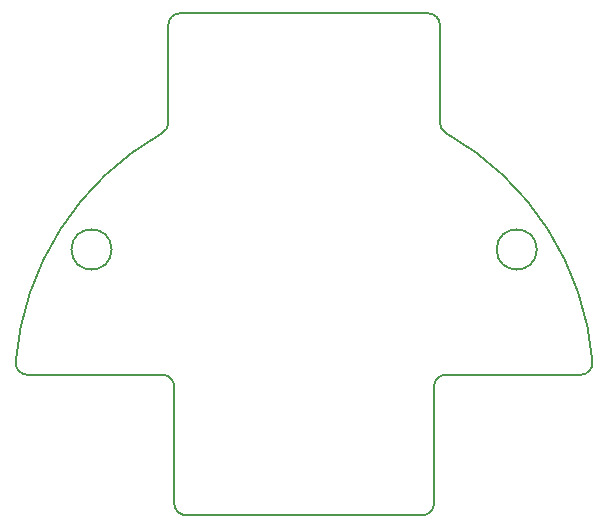
<source format=gbr>
%TF.GenerationSoftware,KiCad,Pcbnew,(6.0.9-0)*%
%TF.CreationDate,2022-12-18T00:47:24-08:00*%
%TF.ProjectId,trackball,74726163-6b62-4616-9c6c-2e6b69636164,v01*%
%TF.SameCoordinates,Original*%
%TF.FileFunction,Profile,NP*%
%FSLAX46Y46*%
G04 Gerber Fmt 4.6, Leading zero omitted, Abs format (unit mm)*
G04 Created by KiCad (PCBNEW (6.0.9-0)) date 2022-12-18 00:47:24*
%MOMM*%
%LPD*%
G01*
G04 APERTURE LIST*
%TA.AperFunction,Profile*%
%ADD10C,0.200000*%
%TD*%
G04 APERTURE END LIST*
D10*
X164200000Y-141950004D02*
G75*
G03*
X164200000Y-141950004I-1700000J0D01*
G01*
X128200000Y-141950004D02*
G75*
G03*
X128200000Y-141950004I-1700000J0D01*
G01*
X156000010Y-131223889D02*
G75*
G03*
X156509804Y-132095501I999990J-11D01*
G01*
X168920165Y-151473743D02*
G75*
G03*
X156509804Y-132095501I-24420168J-1976259D01*
G01*
X167923423Y-152554422D02*
G75*
G03*
X168920164Y-151473743I-23J1000022D01*
G01*
X156500000Y-152554407D02*
X167923423Y-152554407D01*
X156500000Y-152554400D02*
G75*
G03*
X155500000Y-153554407I0J-1000000D01*
G01*
X155500000Y-163450000D02*
X155500000Y-153554407D01*
X154500000Y-164450000D02*
G75*
G03*
X155500000Y-163450000I0J1000000D01*
G01*
X154500000Y-164450000D02*
X134500000Y-164450000D01*
X133500000Y-163450000D02*
G75*
G03*
X134500000Y-164450000I999999J-1D01*
G01*
X133500000Y-163450000D02*
X133500000Y-153554407D01*
X133500000Y-153554407D02*
G75*
G03*
X132500000Y-152554407I-999999J1D01*
G01*
X121076577Y-152554407D02*
X132500000Y-152554407D01*
X120079836Y-151473743D02*
G75*
G03*
X121076577Y-152554407I996742J-80663D01*
G01*
X132490196Y-132095501D02*
G75*
G03*
X120079836Y-151473743I12009804J-21354499D01*
G01*
X132490196Y-132095501D02*
G75*
G03*
X133000000Y-131223889I-490194J871611D01*
G01*
X133000000Y-122950000D02*
X133000000Y-131223889D01*
X134000000Y-121950000D02*
G75*
G03*
X133000000Y-122950000I-1J-999999D01*
G01*
X155000000Y-121950000D02*
X134000000Y-121950000D01*
X156000000Y-122950000D02*
G75*
G03*
X155000000Y-121950000I-1000000J0D01*
G01*
X156000000Y-122950000D02*
X156000000Y-131223889D01*
M02*

</source>
